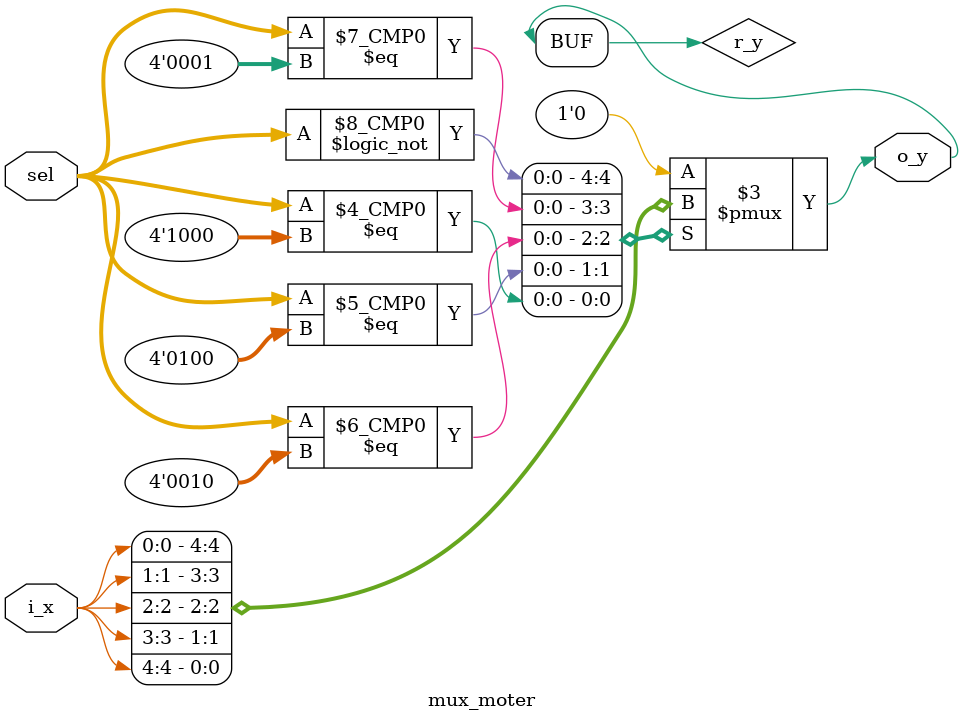
<source format=v>
`timescale 1ns / 1ps

module mux_moter(
    input [4:0] i_x,
    input [3:0] sel,
    output o_y
    );

    reg r_y;
    assign o_y = r_y;

    always @(*) begin
        case (sel)
            4'b0000 : r_y <= i_x[0];
            4'b0001 : r_y <= i_x[1];
            4'b0010 : r_y <= i_x[2];
            4'b0100 : r_y <= i_x[3];
            4'b1000 : r_y <= i_x[4];
            default: r_y <= 1'b0;
        endcase
    end
endmodule

</source>
